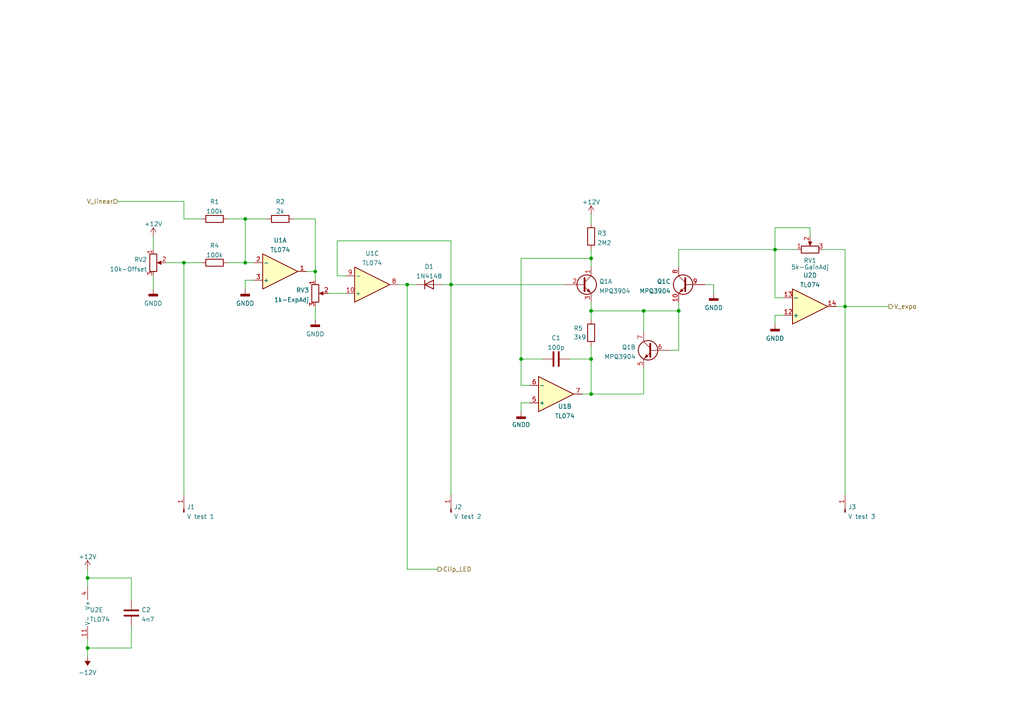
<source format=kicad_sch>
(kicad_sch (version 20211123) (generator eeschema)
  (paper "A4")
  (lib_symbols
    (symbol "Amplifier_Operational:TL074" (pin_names (offset 0.127))
      (property "Reference" "U" (at 0 5.08 0))
      (property "Value" "TL074" (at 0 -5.08 0))
      (symbol "TL074_1_1"
        (polyline (pts (xy -5.08 5.08) (xy 5.08 0) (xy -5.08 -5.08) (xy -5.08 5.08)) (stroke (width 0.254)) (fill (type background)))
        (pin output line (at 7.62 0 180) (length 2.54) (name "~") (number "1"))
        (pin input line (at -7.62 -2.54 0) (length 2.54) (name "-") (number "2"))
        (pin input line (at -7.62 2.54 0) (length 2.54) (name "+") (number "3"))
      )
      (symbol "TL074_2_1"
        (polyline (pts (xy -5.08 5.08) (xy 5.08 0) (xy -5.08 -5.08) (xy -5.08 5.08)) (stroke (width 0.254)) (fill (type background)))
        (pin input line (at -7.62 2.54 0) (length 2.54) (name "+") (number "5"))
        (pin input line (at -7.62 -2.54 0) (length 2.54) (name "-") (number "6"))
        (pin output line (at 7.62 0 180) (length 2.54) (name "~") (number "7"))
      )
      (symbol "TL074_3_1"
        (polyline (pts (xy -5.08 5.08) (xy 5.08 0) (xy -5.08 -5.08) (xy -5.08 5.08)) (stroke (width 0.254)) (fill (type background)))
        (pin input line (at -7.62 2.54 0) (length 2.54) (name "+") (number "10"))
        (pin output line (at 7.62 0 180) (length 2.54) (name "~") (number "8"))
        (pin input line (at -7.62 -2.54 0) (length 2.54) (name "-") (number "9"))
      )
      (symbol "TL074_4_1"
        (polyline (pts (xy -5.08 5.08) (xy 5.08 0) (xy -5.08 -5.08) (xy -5.08 5.08)) (stroke (width 0.254)) (fill (type background)))
        (pin input line (at -7.62 2.54 0) (length 2.54) (name "+") (number "12"))
        (pin input line (at -7.62 -2.54 0) (length 2.54) (name "-") (number "13"))
        (pin output line (at 7.62 0 180) (length 2.54) (name "~") (number "14"))
      )
      (symbol "TL074_5_1"
        (pin power_in line (at -2.54 -7.62 90) (length 3.81) (name "V-") (number "11"))
        (pin power_in line (at -2.54 7.62 270) (length 3.81) (name "V+") (number "4"))
      )
    )
    (symbol "Connector:Conn_01x01_Male" (pin_names (offset 1.016) hide)
      (property "Reference" "J" (at 0 2.54 0))
      (property "Value" "Conn_01x01_Male" (at 0 -2.54 0))
      (symbol "Conn_01x01_Male_1_1"
        (polyline (pts (xy 1.27 0) (xy 0.8636 0)) (stroke (width 0.1524)))
        (rectangle (start 0.8636 0.127) (end 0 -0.127) (stroke (width 0.1524)) (fill (type outline)))
        (pin passive line (at 5.08 0 180) (length 3.81) (name "Pin_1") (number "1"))
      )
    )
    (symbol "Custom:MPQ3904" (pin_names (offset 1.016))
      (property "Reference" "Q" (at 6.35 1.27 0))
      (property "Value" "MPQ3904" (at 6.35 -1.27 0))
      (symbol "MPQ3904_1_1"
        (circle (center -1.27 0) (radius 2.8194) (stroke (width 0.254)))
        (polyline (pts (xy -1.905 0.635) (xy 0 2.54)))
        (polyline (pts (xy -1.905 -0.635) (xy 0 -2.54) (xy 0 -2.54)))
        (polyline (pts (xy -1.905 1.905) (xy -1.905 -1.905) (xy -1.905 -1.905)) (stroke (width 0.508)))
        (polyline (pts (xy -1.27 -1.778) (xy -0.762 -1.27) (xy -0.254 -2.286) (xy -1.27 -1.778) (xy -1.27 -1.778)) (fill (type outline)))
        (pin passive line (at 0 5.08 270) (length 2.54) (name "~") (number "1"))
        (pin passive line (at -7.62 0 0) (length 5.715) (name "~") (number "2"))
        (pin passive line (at 0 -5.08 90) (length 2.54) (name "~") (number "3"))
      )
      (symbol "MPQ3904_2_1"
        (circle (center -1.27 0) (radius 2.8194) (stroke (width 0.254)))
        (polyline (pts (xy -1.905 0.635) (xy 0 2.54)))
        (polyline (pts (xy -1.905 -0.635) (xy 0 -2.54) (xy 0 -2.54)))
        (polyline (pts (xy -1.905 1.905) (xy -1.905 -1.905) (xy -1.905 -1.905)) (stroke (width 0.508)))
        (polyline (pts (xy -1.27 -1.778) (xy -0.762 -1.27) (xy -0.254 -2.286) (xy -1.27 -1.778) (xy -1.27 -1.778)) (fill (type outline)))
        (pin passive line (at 0 -5.08 90) (length 2.54) (name "~") (number "5"))
        (pin passive line (at -7.62 0 0) (length 5.715) (name "~") (number "6"))
        (pin passive line (at 0 5.08 270) (length 2.54) (name "~") (number "7"))
      )
      (symbol "MPQ3904_3_1"
        (circle (center -1.27 0) (radius 2.8194) (stroke (width 0.254)))
        (polyline (pts (xy -1.905 0.635) (xy 0 2.54)))
        (polyline (pts (xy -1.905 -0.635) (xy 0 -2.54) (xy 0 -2.54)))
        (polyline (pts (xy -1.905 1.905) (xy -1.905 -1.905) (xy -1.905 -1.905)) (stroke (width 0.508)))
        (polyline (pts (xy -1.27 -1.778) (xy -0.762 -1.27) (xy -0.254 -2.286) (xy -1.27 -1.778) (xy -1.27 -1.778)) (fill (type outline)))
        (pin passive line (at 0 -5.08 90) (length 2.54) (name "~") (number "10"))
        (pin passive line (at 0 5.08 270) (length 2.54) (name "~") (number "8"))
        (pin passive line (at -7.62 0 0) (length 5.715) (name "~") (number "9"))
      )
      (symbol "MPQ3904_4_1"
        (circle (center -1.27 0) (radius 2.8194) (stroke (width 0.254)))
        (polyline (pts (xy -1.905 0.635) (xy 0 2.54)))
        (polyline (pts (xy -1.905 -0.635) (xy 0 -2.54) (xy 0 -2.54)))
        (polyline (pts (xy -1.905 1.905) (xy -1.905 -1.905) (xy -1.905 -1.905)) (stroke (width 0.508)))
        (polyline (pts (xy -1.27 -1.778) (xy -0.762 -1.27) (xy -0.254 -2.286) (xy -1.27 -1.778) (xy -1.27 -1.778)) (fill (type outline)))
        (pin passive line (at 0 -5.08 90) (length 2.54) (name "~") (number "12"))
        (pin passive line (at -7.62 0 0) (length 5.715) (name "~") (number "13"))
        (pin passive line (at 0 5.08 270) (length 2.54) (name "~") (number "14"))
      )
    )
    (symbol "Device:C" (pin_numbers hide) (pin_names (offset 0.254))
      (property "Reference" "C" (at 0.635 2.54 0))
      (property "Value" "C" (at 0.635 -2.54 0))
      (symbol "C_0_1"
        (polyline (pts (xy -2.032 -0.762) (xy 2.032 -0.762)) (stroke (width 0.508)))
        (polyline (pts (xy -2.032 0.762) (xy 2.032 0.762)) (stroke (width 0.508)))
      )
      (symbol "C_1_1"
        (pin passive line (at 0 3.81 270) (length 2.794) (name "~") (number "1"))
        (pin passive line (at 0 -3.81 90) (length 2.794) (name "~") (number "2"))
      )
    )
    (symbol "Device:R" (pin_numbers hide) (pin_names (offset 0))
      (property "Reference" "R" (at 2.032 0 90))
      (property "Value" "R" (at 0 0 90))
      (symbol "R_0_1"
        (rectangle (start -1.016 -2.54) (end 1.016 2.54) (stroke (width 0.254)))
      )
      (symbol "R_1_1"
        (pin passive line (at 0 3.81 270) (length 1.27) (name "~") (number "1"))
        (pin passive line (at 0 -3.81 90) (length 1.27) (name "~") (number "2"))
      )
    )
    (symbol "Device:R_Potentiometer" (pin_names (offset 1.016) hide)
      (property "Reference" "RV" (at -4.445 0 90))
      (property "Value" "R_Potentiometer" (at -2.54 0 90))
      (symbol "R_Potentiometer_0_1"
        (polyline (pts (xy 2.54 0) (xy 1.524 0)))
        (polyline (pts (xy 1.143 0) (xy 2.286 0.508) (xy 2.286 -0.508) (xy 1.143 0)) (fill (type outline)))
        (rectangle (start 1.016 2.54) (end -1.016 -2.54) (stroke (width 0.254)))
      )
      (symbol "R_Potentiometer_1_1"
        (pin passive line (at 0 3.81 270) (length 1.27) (name "1") (number "1"))
        (pin passive line (at 3.81 0 180) (length 1.27) (name "2") (number "2"))
        (pin passive line (at 0 -3.81 90) (length 1.27) (name "3") (number "3"))
      )
    )
    (symbol "Diode:1N4148" (pin_numbers hide) (pin_names (offset 1.016) hide)
      (property "Reference" "D" (at 0 2.54 0))
      (property "Value" "1N4148" (at 0 -2.54 0))
      (symbol "1N4148_0_1"
        (polyline (pts (xy -1.27 1.27) (xy -1.27 -1.27)) (stroke (width 0.254)))
        (polyline (pts (xy 1.27 0) (xy -1.27 0)))
        (polyline (pts (xy 1.27 1.27) (xy 1.27 -1.27) (xy -1.27 0) (xy 1.27 1.27)) (stroke (width 0.254)))
      )
      (symbol "1N4148_1_1"
        (pin passive line (at -3.81 0 0) (length 2.54) (name "K") (number "1"))
        (pin passive line (at 3.81 0 180) (length 2.54) (name "A") (number "2"))
      )
    )
    (symbol "power:+12V" (power) (pin_names (offset 0))
      (property "Value" "+12V" (at 0 3.556 0))
      (symbol "+12V_0_1"
        (polyline (pts (xy -0.762 1.27) (xy 0 2.54)))
        (polyline (pts (xy 0 0) (xy 0 2.54)))
        (polyline (pts (xy 0 2.54) (xy 0.762 1.27)))
      )
      (symbol "+12V_1_1"
        (pin power_in line (at 0 0 90) (length 0) hide (name "+12V") (number "1"))
      )
    )
    (symbol "power:-12V" (power) (pin_names (offset 0))
      (property "Value" "-12V" (at 0 3.81 0))
      (symbol "-12V_0_0"
        (pin power_in line (at 0 0 90) (length 0) hide (name "-12V") (number "1"))
      )
      (symbol "-12V_0_1"
        (polyline (pts (xy 0 0) (xy 0 1.27) (xy 0.762 1.27) (xy 0 2.54) (xy -0.762 1.27) (xy 0 1.27)) (fill (type outline)))
      )
    )
    (symbol "power:GNDD" (power) (pin_names (offset 0))
      (property "Value" "GNDD" (at 0 -3.175 0))
      (symbol "GNDD_0_1"
        (rectangle (start -1.27 -1.524) (end 1.27 -2.032) (stroke (width 0.254)) (fill (type outline)))
        (polyline (pts (xy 0 0) (xy 0 -1.524)))
      )
      (symbol "GNDD_1_1"
        (pin power_in line (at 0 0 270) (length 0) hide (name "GNDD") (number "1"))
      )
    )
  )
  (junction (at 171.45 74.93))
  (junction (at 151.13 104.14))
  (junction (at 25.4 187.96))
  (junction (at 130.81 82.55))
  (junction (at 71.12 63.5))
  (junction (at 118.11 82.55))
  (junction (at 186.69 90.17))
  (junction (at 196.85 90.17))
  (junction (at 71.12 76.2))
  (junction (at 171.45 90.17))
  (junction (at 224.79 72.39))
  (junction (at 25.4 167.64))
  (junction (at 91.44 78.74))
  (junction (at 245.11 88.9))
  (junction (at 53.34 76.2))
  (junction (at 171.45 104.14))
  (junction (at 171.45 114.3))
  (wire (pts (xy 38.1 173.99) (xy 38.1 167.64)))
  (wire (pts (xy 157.48 104.14) (xy 151.13 104.14)))
  (wire (pts (xy 151.13 111.76) (xy 153.67 111.76)))
  (wire (pts (xy 91.44 88.9) (xy 91.44 92.71)))
  (wire (pts (xy 130.81 82.55) (xy 130.81 143.51)))
  (wire (pts (xy 38.1 167.64) (xy 25.4 167.64)))
  (wire (pts (xy 128.27 82.55) (xy 130.81 82.55)))
  (wire (pts (xy 171.45 114.3) (xy 186.69 114.3)))
  (wire (pts (xy 91.44 78.74) (xy 91.44 81.28)))
  (wire (pts (xy 44.45 68.58) (xy 44.45 72.39)))
  (wire (pts (xy 196.85 87.63) (xy 196.85 90.17)))
  (wire (pts (xy 48.26 76.2) (xy 53.34 76.2)))
  (wire (pts (xy 153.67 116.84) (xy 151.13 116.84)))
  (wire (pts (xy 245.11 88.9) (xy 245.11 143.51)))
  (wire (pts (xy 130.81 82.55) (xy 163.83 82.55)))
  (wire (pts (xy 100.33 80.01) (xy 97.79 80.01)))
  (wire (pts (xy 224.79 72.39) (xy 231.14 72.39)))
  (wire (pts (xy 66.04 63.5) (xy 71.12 63.5)))
  (wire (pts (xy 196.85 90.17) (xy 196.85 101.6)))
  (wire (pts (xy 171.45 72.39) (xy 171.45 74.93)))
  (wire (pts (xy 53.34 58.42) (xy 53.34 63.5)))
  (wire (pts (xy 85.09 63.5) (xy 91.44 63.5)))
  (wire (pts (xy 71.12 81.28) (xy 71.12 83.82)))
  (wire (pts (xy 97.79 69.85) (xy 130.81 69.85)))
  (wire (pts (xy 25.4 185.42) (xy 25.4 187.96)))
  (wire (pts (xy 196.85 72.39) (xy 224.79 72.39)))
  (wire (pts (xy 118.11 82.55) (xy 118.11 165.1)))
  (wire (pts (xy 224.79 66.04) (xy 224.79 72.39)))
  (wire (pts (xy 44.45 80.01) (xy 44.45 83.82)))
  (wire (pts (xy 171.45 104.14) (xy 171.45 114.3)))
  (wire (pts (xy 245.11 88.9) (xy 242.57 88.9)))
  (wire (pts (xy 186.69 106.68) (xy 186.69 114.3)))
  (wire (pts (xy 130.81 82.55) (xy 130.81 69.85)))
  (wire (pts (xy 224.79 86.36) (xy 224.79 72.39)))
  (wire (pts (xy 168.91 114.3) (xy 171.45 114.3)))
  (wire (pts (xy 234.95 68.58) (xy 234.95 66.04)))
  (wire (pts (xy 227.33 86.36) (xy 224.79 86.36)))
  (wire (pts (xy 25.4 165.1) (xy 25.4 167.64)))
  (wire (pts (xy 58.42 63.5) (xy 53.34 63.5)))
  (wire (pts (xy 196.85 72.39) (xy 196.85 77.47)))
  (wire (pts (xy 91.44 63.5) (xy 91.44 78.74)))
  (wire (pts (xy 25.4 167.64) (xy 25.4 170.18)))
  (wire (pts (xy 77.47 63.5) (xy 71.12 63.5)))
  (wire (pts (xy 118.11 165.1) (xy 127 165.1)))
  (wire (pts (xy 53.34 76.2) (xy 58.42 76.2)))
  (wire (pts (xy 25.4 187.96) (xy 25.4 190.5)))
  (wire (pts (xy 71.12 63.5) (xy 71.12 76.2)))
  (wire (pts (xy 95.25 85.09) (xy 100.33 85.09)))
  (wire (pts (xy 204.47 82.55) (xy 207.01 82.55)))
  (wire (pts (xy 91.44 78.74) (xy 88.9 78.74)))
  (wire (pts (xy 171.45 74.93) (xy 171.45 77.47)))
  (wire (pts (xy 186.69 90.17) (xy 186.69 96.52)))
  (wire (pts (xy 71.12 76.2) (xy 73.66 76.2)))
  (wire (pts (xy 73.66 81.28) (xy 71.12 81.28)))
  (wire (pts (xy 118.11 82.55) (xy 115.57 82.55)))
  (wire (pts (xy 165.1 104.14) (xy 171.45 104.14)))
  (wire (pts (xy 186.69 90.17) (xy 196.85 90.17)))
  (wire (pts (xy 194.31 101.6) (xy 196.85 101.6)))
  (wire (pts (xy 171.45 87.63) (xy 171.45 90.17)))
  (wire (pts (xy 224.79 91.44) (xy 224.79 93.98)))
  (wire (pts (xy 227.33 91.44) (xy 224.79 91.44)))
  (wire (pts (xy 97.79 80.01) (xy 97.79 69.85)))
  (wire (pts (xy 151.13 104.14) (xy 151.13 111.76)))
  (wire (pts (xy 34.29 58.42) (xy 53.34 58.42)))
  (wire (pts (xy 245.11 72.39) (xy 245.11 88.9)))
  (wire (pts (xy 38.1 181.61) (xy 38.1 187.96)))
  (wire (pts (xy 151.13 104.14) (xy 151.13 74.93)))
  (wire (pts (xy 66.04 76.2) (xy 71.12 76.2)))
  (wire (pts (xy 238.76 72.39) (xy 245.11 72.39)))
  (wire (pts (xy 171.45 90.17) (xy 171.45 92.71)))
  (wire (pts (xy 234.95 66.04) (xy 224.79 66.04)))
  (wire (pts (xy 171.45 62.23) (xy 171.45 64.77)))
  (wire (pts (xy 171.45 100.33) (xy 171.45 104.14)))
  (wire (pts (xy 207.01 82.55) (xy 207.01 85.09)))
  (wire (pts (xy 245.11 88.9) (xy 257.81 88.9)))
  (wire (pts (xy 120.65 82.55) (xy 118.11 82.55)))
  (wire (pts (xy 171.45 90.17) (xy 186.69 90.17)))
  (wire (pts (xy 151.13 74.93) (xy 171.45 74.93)))
  (wire (pts (xy 151.13 116.84) (xy 151.13 119.38)))
  (wire (pts (xy 38.1 187.96) (xy 25.4 187.96)))
  (wire (pts (xy 53.34 76.2) (xy 53.34 143.51)))
  (hierarchical_label "Clip_LED" (shape output) (at 127 165.1 0))
  (hierarchical_label "V_linear" (shape input) (at 34.29 58.42 180))
  (hierarchical_label "V_expo" (shape output) (at 257.81 88.9 0))
  (symbol (lib_id "Device:R_Potentiometer") (at 234.95 72.39 90) (unit 1)
    (property "Reference" "RV1" (at 234.95 75.5555 90))
    (property "Value" "5k-GainAdj" (at 234.95 77.47 90))
    (property "Footprint" "Potentiometer_THT:Potentiometer_Bourns_3296W_Vertical" (effects hide))
  )
  (symbol (lib_id "Device:R") (at 171.45 68.58 0) (unit 1)
    (property "Reference" "R3" (at 173.228 67.6715 0) (effects (justify left)))
    (property "Value" "2M2" (at 173.228 70.4466 0) (effects (justify left)))
    (property "Footprint" "Resistor_THT:R_Axial_DIN0207_L6.3mm_D2.5mm_P10.16mm_Horizontal" (effects hide))
  )
  (symbol (lib_id "power:GNDD") (at 44.45 83.82 0) (unit 1)
    (property "Reference" "#PWR03" (effects hide))
    (property "Value" "GNDD" (at 44.45 88.0015 0))
  )
  (symbol (lib_id "Connector:Conn_01x01_Male") (at 245.11 148.59 90) (unit 1)
    (property "Reference" "J3" (at 245.9482 147.0465 90) (effects (justify right)))
    (property "Value" "V test 3" (at 245.9482 149.8216 90) (effects (justify right)))
    (property "Footprint" "Connector_PinHeader_2.54mm:PinHeader_1x01_P2.54mm_Vertical" (effects hide))
  )
  (symbol (lib_id "Connector:Conn_01x01_Male") (at 130.81 148.59 90) (unit 1)
    (property "Reference" "J2" (at 131.6482 147.0465 90) (effects (justify right)))
    (property "Value" "V test 2" (at 131.6482 149.8216 90) (effects (justify right)))
    (property "Footprint" "Connector_PinHeader_2.54mm:PinHeader_1x01_P2.54mm_Vertical" (effects hide))
  )
  (symbol (lib_id "Amplifier_Operational:TL074") (at 107.95 82.55 0) (mirror x) (unit 3)
    (property "Reference" "U1" (at 107.95 73.5035 0))
    (property "Value" "TL074" (at 107.95 76.2786 0))
    (property "Footprint" "Package_DIP:DIP-14_W7.62mm_Socket" (effects hide))
    (property "Datasheet" "http://www.ti.com/lit/ds/symlink/tl071.pdf" (effects hide))
  )
  (symbol (lib_id "Amplifier_Operational:TL074") (at 234.95 88.9 0) (mirror x) (unit 4)
    (property "Reference" "U2" (at 234.95 79.8535 0))
    (property "Value" "TL074" (at 234.95 82.6286 0))
    (property "Footprint" "Package_DIP:DIP-14_W7.62mm_Socket" (effects hide))
    (property "Datasheet" "http://www.ti.com/lit/ds/symlink/tl071.pdf" (effects hide))
  )
  (symbol (lib_id "Amplifier_Operational:TL074") (at 27.94 177.8 0) (unit 5)
    (property "Reference" "U2" (at 26.035 176.8915 0) (effects (justify left)))
    (property "Value" "TL074" (at 26.035 179.6666 0) (effects (justify left)))
    (property "Footprint" "Package_DIP:DIP-14_W7.62mm_Socket" (effects hide))
    (property "Datasheet" "http://www.ti.com/lit/ds/symlink/tl071.pdf" (effects hide))
  )
  (symbol (lib_id "Amplifier_Operational:TL074") (at 81.28 78.74 0) (mirror x) (unit 1)
    (property "Reference" "U1" (at 81.28 69.6935 0))
    (property "Value" "TL074" (at 81.28 72.4686 0))
    (property "Footprint" "Package_DIP:DIP-14_W7.62mm_Socket" (effects hide))
    (property "Datasheet" "http://www.ti.com/lit/ds/symlink/tl071.pdf" (effects hide))
  )
  (symbol (lib_id "Device:R") (at 171.45 96.52 0) (mirror y) (unit 1)
    (property "Reference" "R5" (at 166.37 95.25 0) (effects (justify right)))
    (property "Value" "3k9" (at 166.37 97.79 0) (effects (justify right)))
    (property "Footprint" "Resistor_THT:R_Axial_DIN0207_L6.3mm_D2.5mm_P10.16mm_Horizontal" (effects hide))
  )
  (symbol (lib_id "Device:R") (at 62.23 76.2 90) (unit 1)
    (property "Reference" "R4" (at 62.23 71.2175 90))
    (property "Value" "100k" (at 62.23 73.9926 90))
    (property "Footprint" "Resistor_THT:R_Axial_DIN0207_L6.3mm_D2.5mm_P10.16mm_Horizontal" (effects hide))
  )
  (symbol (lib_id "Custom:MPQ3904") (at 196.85 82.55 0) (mirror y) (unit 3)
    (property "Reference" "Q1" (at 194.5386 81.6415 0) (effects (justify left)))
    (property "Value" "MPQ3904" (at 194.5386 84.4166 0) (effects (justify left)))
    (property "Footprint" "Package_DIP:DIP-14_W7.62mm_Socket" (effects hide))
  )
  (symbol (lib_id "Amplifier_Operational:TL074") (at 161.29 114.3 0) (mirror x) (unit 2)
    (property "Reference" "U1" (at 163.83 117.8749 0))
    (property "Value" "TL074" (at 163.83 120.65 0))
    (property "Footprint" "Package_DIP:DIP-14_W7.62mm_Socket" (effects hide))
    (property "Datasheet" "http://www.ti.com/lit/ds/symlink/tl071.pdf" (effects hide))
  )
  (symbol (lib_id "Device:R") (at 81.28 63.5 90) (unit 1)
    (property "Reference" "R2" (at 81.28 58.5175 90))
    (property "Value" "2k" (at 81.28 61.2926 90))
    (property "Footprint" "Resistor_THT:R_Axial_DIN0207_L6.3mm_D2.5mm_P10.16mm_Horizontal" (effects hide))
  )
  (symbol (lib_id "Device:R_Potentiometer") (at 91.44 85.09 0) (unit 1)
    (property "Reference" "RV3" (at 89.662 84.1815 0) (effects (justify right)))
    (property "Value" "1k-ExpAdj" (at 89.662 86.9566 0) (effects (justify right)))
    (property "Footprint" "Potentiometer_THT:Potentiometer_Bourns_3296W_Vertical" (effects hide))
  )
  (symbol (lib_id "Diode:1N4148") (at 124.46 82.55 0) (unit 1)
    (property "Reference" "D1" (at 124.46 77.3135 0))
    (property "Value" "1N4148" (at 124.46 80.0886 0))
    (property "Footprint" "Diode_THT:D_DO-35_SOD27_P7.62mm_Horizontal" (effects hide))
    (property "Datasheet" "https://assets.nexperia.com/documents/data-sheet/1N4148_1N4448.pdf" (effects hide))
  )
  (symbol (lib_id "power:+12V") (at 171.45 62.23 0) (unit 1)
    (property "Reference" "#PWR01" (effects hide))
    (property "Value" "+12V" (at 171.45 58.6255 0))
  )
  (symbol (lib_id "power:+12V") (at 44.45 68.58 0) (unit 1)
    (property "Reference" "#PWR02" (effects hide))
    (property "Value" "+12V" (at 44.45 64.9755 0))
  )
  (symbol (lib_id "power:GNDD") (at 71.12 83.82 0) (unit 1)
    (property "Reference" "#PWR04" (effects hide))
    (property "Value" "GNDD" (at 71.12 88.0015 0))
  )
  (symbol (lib_id "power:+12V") (at 25.4 165.1 0) (unit 1)
    (property "Reference" "#PWR09" (effects hide))
    (property "Value" "+12V" (at 25.4 161.4955 0))
  )
  (symbol (lib_id "power:GNDD") (at 207.01 85.09 0) (unit 1)
    (property "Reference" "#PWR05" (effects hide))
    (property "Value" "GNDD" (at 207.01 89.2715 0))
  )
  (symbol (lib_id "Connector:Conn_01x01_Male") (at 53.34 148.59 90) (unit 1)
    (property "Reference" "J1" (at 54.1782 147.0465 90) (effects (justify right)))
    (property "Value" "V test 1" (at 54.1782 149.8216 90) (effects (justify right)))
    (property "Footprint" "Connector_PinHeader_2.54mm:PinHeader_1x01_P2.54mm_Vertical" (effects hide))
  )
  (symbol (lib_id "power:GNDD") (at 151.13 119.38 0) (unit 1)
    (property "Reference" "#PWR08" (effects hide))
    (property "Value" "GNDD" (at 151.13 123.19 0))
  )
  (symbol (lib_id "Custom:MPQ3904") (at 186.69 101.6 0) (mirror y) (unit 2)
    (property "Reference" "Q1" (at 184.3786 100.6915 0) (effects (justify left)))
    (property "Value" "MPQ3904" (at 184.3786 103.4666 0) (effects (justify left)))
    (property "Footprint" "Package_DIP:DIP-14_W7.62mm_Socket" (effects hide))
  )
  (symbol (lib_id "Device:C") (at 161.29 104.14 90) (unit 1)
    (property "Reference" "C1" (at 161.29 98.0145 90))
    (property "Value" "100p" (at 161.29 100.7896 90))
    (property "Footprint" "Capacitor_THT:C_Disc_D3.4mm_W2.1mm_P2.50mm" (effects hide))
  )
  (symbol (lib_id "power:GNDD") (at 224.79 93.98 0) (unit 1)
    (property "Reference" "#PWR07" (effects hide))
    (property "Value" "GNDD" (at 224.79 98.1615 0))
  )
  (symbol (lib_id "power:-12V") (at 25.4 190.5 180) (unit 1)
    (property "Reference" "#PWR010" (effects hide))
    (property "Value" "-12V" (at 25.4 195.0625 0))
  )
  (symbol (lib_id "Device:R_Potentiometer") (at 44.45 76.2 0) (unit 1)
    (property "Reference" "RV2" (at 42.672 75.2915 0) (effects (justify right)))
    (property "Value" "10k-Offset" (at 42.672 78.0666 0) (effects (justify right)))
    (property "Footprint" "Potentiometer_THT:Potentiometer_Vishay_T7-YA_Single_Vertical" (effects hide))
  )
  (symbol (lib_id "Device:R") (at 62.23 63.5 90) (unit 1)
    (property "Reference" "R1" (at 62.23 58.5175 90))
    (property "Value" "100k" (at 62.23 61.2926 90))
    (property "Footprint" "Resistor_THT:R_Axial_DIN0207_L6.3mm_D2.5mm_P10.16mm_Horizontal" (effects hide))
  )
  (symbol (lib_id "Custom:MPQ3904") (at 171.45 82.55 0) (unit 1)
    (property "Reference" "Q1" (at 173.7614 81.6415 0) (effects (justify left)))
    (property "Value" "MPQ3904" (at 173.7614 84.4166 0) (effects (justify left)))
    (property "Footprint" "Package_DIP:DIP-14_W7.62mm_Socket" (effects hide))
  )
  (symbol (lib_id "Device:C") (at 38.1 177.8 0) (unit 1)
    (property "Reference" "C2" (at 41.021 176.8915 0) (effects (justify left)))
    (property "Value" "4n7" (at 41.021 179.6666 0) (effects (justify left)))
    (property "Footprint" "Capacitor_THT:C_Disc_D3.4mm_W2.1mm_P2.50mm" (effects hide))
  )
  (symbol (lib_id "power:GNDD") (at 91.44 92.71 0) (unit 1)
    (property "Reference" "#PWR06" (effects hide))
    (property "Value" "GNDD" (at 91.44 96.8915 0))
  )
)
</source>
